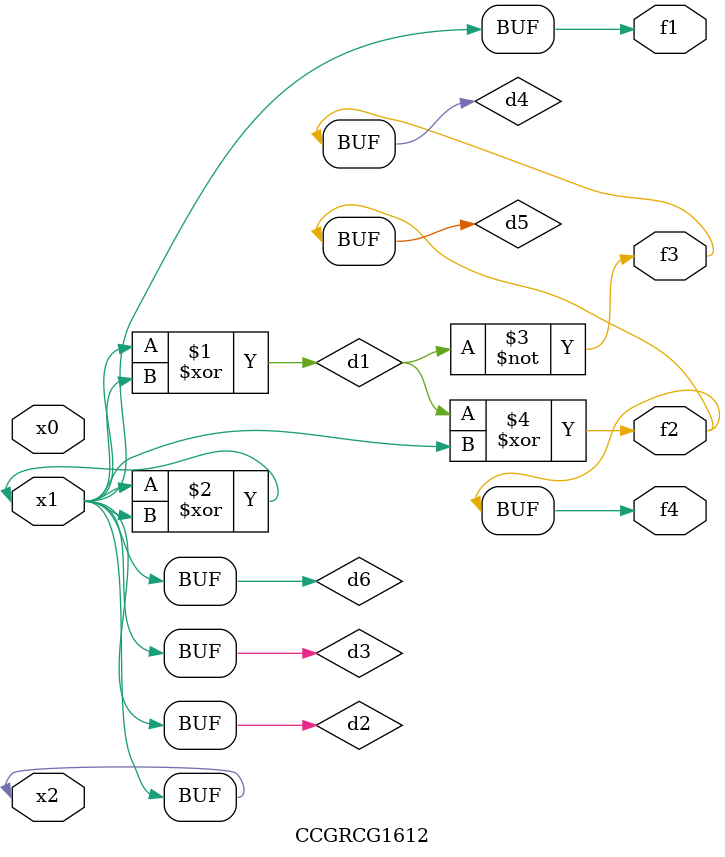
<source format=v>
module CCGRCG1612(
	input x0, x1, x2,
	output f1, f2, f3, f4
);

	wire d1, d2, d3, d4, d5, d6;

	xor (d1, x1, x2);
	buf (d2, x1, x2);
	xor (d3, x1, x2);
	nor (d4, d1);
	xor (d5, d1, d2);
	buf (d6, d2, d3);
	assign f1 = d6;
	assign f2 = d5;
	assign f3 = d4;
	assign f4 = d5;
endmodule

</source>
